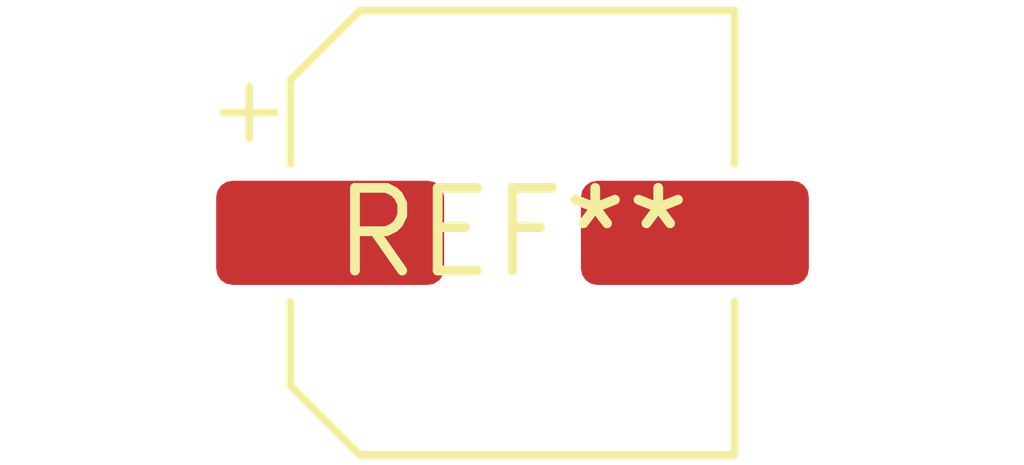
<source format=kicad_pcb>
(kicad_pcb (version 20240108) (generator pcbnew)
  (layers (0 "F.Cu" signal) (31 "B.Cu" signal) (34 "B.Paste" user) (35 "F.Paste" user) (36 "B.SilkS" user "B.Silkscreen") (37 "F.SilkS" user "F.Silkscreen") (38 "B.Mask" user) (39 "F.Mask" user) (44 "Edge.Cuts" user))
  (net 0 "")
  (footprint "CP_Elec_6.3x5.9" (layer "F.Cu") (at 0 0)
    (property "Reference" "REF**")
    (property "Value" "CP_Elec_6.3x5.9")
    (fp_line (start -4.4375 -1.8475) (end -3.65 -1.8475) (layer "F.SilkS") (stroke (width 0.12)))
    (fp_line (start -4.04375 -2.24125) (end -4.04375 -1.45375) (layer "F.SilkS") (stroke (width 0.12)))
    (fp_line (start -3.41 -2.345563) (end -3.41 -1.06) (layer "F.SilkS") (stroke (width 0.12)))
    (fp_line (start -3.41 -2.345563) (end -2.345563 -3.41) (layer "F.SilkS") (stroke (width 0.12)))
    (fp_line (start -3.41 2.345563) (end -3.41 1.06) (layer "F.SilkS") (stroke (width 0.12)))
    (fp_line (start -3.41 2.345563) (end -2.345563 3.41) (layer "F.SilkS") (stroke (width 0.12)))
    (fp_line (start -2.345563 -3.41) (end 3.41 -3.41) (layer "F.SilkS") (stroke (width 0.12)))
    (fp_line (start -2.345563 3.41) (end 3.41 3.41) (layer "F.SilkS") (stroke (width 0.12)))
    (fp_line (start 3.41 -3.41) (end 3.41 -1.06) (layer "F.SilkS") (stroke (width 0.12)))
    (fp_line (start 3.41 3.41) (end 3.41 1.06) (layer "F.SilkS") (stroke (width 0.12)))
    (pad "1" smd roundrect (at -2.8 0) (size 3.5 1.6) (layers "F.Cu" "F.Paste" "F.Mask") (roundrect_rratio 0.15625))
    (pad "2" smd roundrect (at 2.8 0) (size 3.5 1.6) (layers "F.Cu" "F.Paste" "F.Mask") (roundrect_rratio 0.15625))
  )
)
</source>
